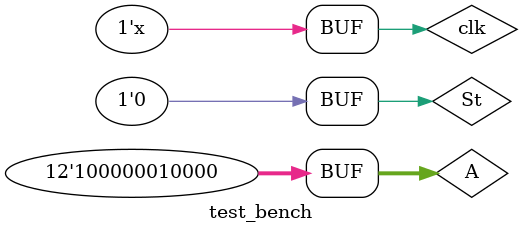
<source format=v>
`timescale 1ns / 1ps
module test_bench();

 // Clock signal setup
reg clk = 0;
always
    #10 clk = ~clk; // Change every 10

reg [11:0] A;
reg St;
wire [9:0] B;

BCD_Binary3 bcd(St, A, B, clk);

initial begin // Initialize input
    St = 0;
    A = 12'b100000010000;
    #5 St = 1; // Leave on for 2 cycles to initialize, then start
    #35 St = 0;
end

endmodule
</source>
